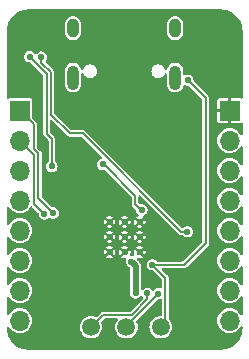
<source format=gbr>
%TF.GenerationSoftware,KiCad,Pcbnew,7.0.6-0*%
%TF.CreationDate,2023-07-21T12:15:06+07:00*%
%TF.ProjectId,RP2040Reference,52503230-3430-4526-9566-6572656e6365,rev?*%
%TF.SameCoordinates,Original*%
%TF.FileFunction,Copper,L2,Bot*%
%TF.FilePolarity,Positive*%
%FSLAX46Y46*%
G04 Gerber Fmt 4.6, Leading zero omitted, Abs format (unit mm)*
G04 Created by KiCad (PCBNEW 7.0.6-0) date 2023-07-21 12:15:06*
%MOMM*%
%LPD*%
G01*
G04 APERTURE LIST*
%TA.AperFunction,ComponentPad*%
%ADD10R,1.700000X1.700000*%
%TD*%
%TA.AperFunction,ComponentPad*%
%ADD11O,1.700000X1.700000*%
%TD*%
%TA.AperFunction,ComponentPad*%
%ADD12O,1.000000X2.100000*%
%TD*%
%TA.AperFunction,ComponentPad*%
%ADD13O,1.000000X1.600000*%
%TD*%
%TA.AperFunction,ComponentPad*%
%ADD14C,0.600000*%
%TD*%
%TA.AperFunction,SMDPad,CuDef*%
%ADD15C,1.500000*%
%TD*%
%TA.AperFunction,ViaPad*%
%ADD16C,0.560000*%
%TD*%
%TA.AperFunction,Conductor*%
%ADD17C,0.150000*%
%TD*%
%TA.AperFunction,Conductor*%
%ADD18C,0.500000*%
%TD*%
G04 APERTURE END LIST*
D10*
%TO.P,J4,1,Pin_1*%
%TO.N,GND*%
X109930000Y-63327500D03*
D11*
%TO.P,J4,2,Pin_2*%
%TO.N,VBUS*%
X109930000Y-65867500D03*
%TO.P,J4,3,Pin_3*%
%TO.N,+3.3V*%
X109930000Y-68407500D03*
%TO.P,J4,4,Pin_4*%
%TO.N,/ADC3*%
X109930000Y-70947500D03*
%TO.P,J4,5,Pin_5*%
%TO.N,/ADC2*%
X109930000Y-73487500D03*
%TO.P,J4,6,Pin_6*%
%TO.N,/ADC1*%
X109930000Y-76027500D03*
%TO.P,J4,7,Pin_7*%
%TO.N,/ADC0*%
X109930000Y-78567500D03*
%TO.P,J4,8,Pin_8*%
%TO.N,/GP24*%
X109930000Y-81107500D03*
%TD*%
D10*
%TO.P,J1,1,Pin_1*%
%TO.N,/GP0*%
X92170000Y-63327500D03*
D11*
%TO.P,J1,2,Pin_2*%
%TO.N,/GP1*%
X92170000Y-65867500D03*
%TO.P,J1,3,Pin_3*%
%TO.N,/GP2*%
X92170000Y-68407500D03*
%TO.P,J1,4,Pin_4*%
%TO.N,/GP3*%
X92170000Y-70947500D03*
%TO.P,J1,5,Pin_5*%
%TO.N,/GP4*%
X92170000Y-73487500D03*
%TO.P,J1,6,Pin_6*%
%TO.N,/GP5*%
X92170000Y-76027500D03*
%TO.P,J1,7,Pin_7*%
%TO.N,/GP6*%
X92170000Y-78567500D03*
%TO.P,J1,8,Pin_8*%
%TO.N,/GP7*%
X92170000Y-81107500D03*
%TD*%
D12*
%TO.P,J2,S1,SHIELD*%
%TO.N,unconnected-(J2-SHIELD-PadS1)*%
X105320000Y-60537500D03*
D13*
X105320000Y-56357500D03*
D12*
X96680000Y-60537500D03*
D13*
X96680000Y-56357500D03*
%TD*%
D14*
%TO.P,U3,57,GND*%
%TO.N,GND*%
X99764750Y-72767500D03*
X99764750Y-74042500D03*
X99764750Y-75317500D03*
X101039750Y-72767500D03*
X101039750Y-74042500D03*
X101039750Y-75317500D03*
X102314750Y-72767500D03*
X102314750Y-74042500D03*
X102314750Y-75317500D03*
%TD*%
D15*
%TO.P,TP3,1,1*%
%TO.N,/RUN*%
X104100000Y-81667500D03*
%TD*%
%TO.P,TP2,1,1*%
%TO.N,/SWD*%
X101200000Y-81667500D03*
%TD*%
%TO.P,TP1,1,1*%
%TO.N,/SWCLK*%
X98200000Y-81667500D03*
%TD*%
D16*
%TO.N,GND*%
X98330000Y-63057500D03*
X96900000Y-62417500D03*
X96000000Y-62417500D03*
X104300000Y-62817500D03*
X105250000Y-62167500D03*
X106450000Y-62167500D03*
X103250000Y-64217500D03*
X94500000Y-77867500D03*
X103250000Y-63217500D03*
X108100000Y-56617500D03*
X107600000Y-77867500D03*
X95150000Y-58817500D03*
X103250000Y-65217500D03*
X108454500Y-69567500D03*
X96067500Y-81000000D03*
X95300000Y-69717500D03*
X106000000Y-82167500D03*
X95031750Y-65098140D03*
%TO.N,/USB_BOOT*%
X93000000Y-58767500D03*
X94877250Y-68067500D03*
%TO.N,+1V1*%
X101975487Y-78792013D03*
X101614750Y-76142000D03*
X99197209Y-67898355D03*
X102510250Y-71742500D03*
%TO.N,/SWCLK*%
X102961791Y-78813474D03*
%TO.N,/SWD*%
X103900000Y-78837120D03*
%TO.N,/RUN*%
X106400000Y-60767500D03*
X103385051Y-76387447D03*
%TO.N,/GP0*%
X95000000Y-72007000D03*
%TO.N,/GP1*%
X94244330Y-72083197D03*
%TO.N,/GP25_LED*%
X106350000Y-73597000D03*
X94000000Y-58800000D03*
%TD*%
D17*
%TO.N,/GP25_LED*%
X94000000Y-58800000D02*
X94000000Y-59272525D01*
X94000000Y-59272525D02*
X94800000Y-60072525D01*
X94800000Y-60072525D02*
X94800000Y-63667500D01*
X94800000Y-63667500D02*
X96400000Y-65267500D01*
X96400000Y-65267500D02*
X97500000Y-65267500D01*
X97500000Y-65267500D02*
X105829500Y-73597000D01*
X105829500Y-73597000D02*
X106350000Y-73597000D01*
%TO.N,/USB_BOOT*%
X95000000Y-68067500D02*
X94877250Y-68067500D01*
X94877250Y-68067500D02*
X94877250Y-65728529D01*
X94877250Y-65728529D02*
X94450000Y-65301279D01*
X94450000Y-65301279D02*
X94450000Y-60217500D01*
X94450000Y-60217500D02*
X93000000Y-58767500D01*
%TO.N,/GP0*%
X95000000Y-72007000D02*
X93750000Y-70757000D01*
X93350000Y-64507500D02*
X92170000Y-63327500D01*
X93750000Y-70757000D02*
X93750000Y-66952526D01*
X93750000Y-66952526D02*
X93350000Y-66552526D01*
X93350000Y-66552526D02*
X93350000Y-64507500D01*
%TO.N,+1V1*%
X99270605Y-67898355D02*
X101939750Y-70567500D01*
X99197209Y-67898355D02*
X99270605Y-67898355D01*
X101939750Y-71267500D02*
X102414750Y-71742500D01*
X101939750Y-70567500D02*
X101939750Y-71267500D01*
X102414750Y-71742500D02*
X102510250Y-71742500D01*
D18*
%TO.N,GND*%
X109930000Y-61897500D02*
X109900000Y-61867500D01*
%TO.N,+1V1*%
X102510250Y-71738000D02*
X102510250Y-71742500D01*
X101975487Y-78792013D02*
X101975487Y-76478237D01*
X101975487Y-76478237D02*
X101639250Y-76142000D01*
X101639250Y-76142000D02*
X101614750Y-76142000D01*
D17*
%TO.N,/SWCLK*%
X101630026Y-80642500D02*
X99225000Y-80642500D01*
X99225000Y-80642500D02*
X98200000Y-81667500D01*
X102961791Y-78813474D02*
X102961791Y-79310735D01*
X102961791Y-79310735D02*
X101630026Y-80642500D01*
%TO.N,/SWD*%
X101200000Y-81567500D02*
X101200000Y-81667500D01*
X103900000Y-78867500D02*
X101200000Y-81567500D01*
X103900000Y-78837120D02*
X103900000Y-78867500D01*
%TO.N,/RUN*%
X104500000Y-77502396D02*
X104500000Y-81267500D01*
X104500000Y-81267500D02*
X104100000Y-81667500D01*
X106080053Y-76387447D02*
X107900000Y-74567500D01*
X107900000Y-74567500D02*
X107900000Y-62267500D01*
X104500000Y-77502396D02*
X103385051Y-76387447D01*
X103385051Y-76387447D02*
X106080053Y-76387447D01*
X107900000Y-62267500D02*
X106400000Y-60767500D01*
%TO.N,/GP1*%
X93400000Y-67097500D02*
X92170000Y-65867500D01*
X93400000Y-71238867D02*
X93400000Y-67097500D01*
X94244330Y-72083197D02*
X93400000Y-71238867D01*
%TD*%
%TA.AperFunction,Conductor*%
%TO.N,GND*%
G36*
X109231617Y-54768106D02*
G01*
X109461645Y-54783182D01*
X109468063Y-54784027D01*
X109531890Y-54796723D01*
X109692561Y-54828683D01*
X109698814Y-54830358D01*
X109870488Y-54888634D01*
X109915569Y-54903937D01*
X109921544Y-54906411D01*
X110126838Y-55007651D01*
X110132447Y-55010889D01*
X110322766Y-55138057D01*
X110327908Y-55142003D01*
X110403084Y-55207930D01*
X110500000Y-55292922D01*
X110504580Y-55297502D01*
X110655496Y-55469591D01*
X110659442Y-55474733D01*
X110786610Y-55665052D01*
X110789851Y-55670666D01*
X110891082Y-55875942D01*
X110893562Y-55881930D01*
X110967139Y-56098677D01*
X110968816Y-56104938D01*
X111013471Y-56329434D01*
X111014317Y-56335860D01*
X111029394Y-56565881D01*
X111029500Y-56569120D01*
X111029500Y-62218456D01*
X111010593Y-62276647D01*
X110961093Y-62312611D01*
X110899907Y-62312611D01*
X110875499Y-62300772D01*
X110858035Y-62289103D01*
X110858036Y-62289103D01*
X110799700Y-62277500D01*
X110030001Y-62277500D01*
X110030000Y-62277501D01*
X110030000Y-62836735D01*
X109965763Y-62827500D01*
X109894237Y-62827500D01*
X109830000Y-62836735D01*
X109830000Y-62277501D01*
X109829999Y-62277500D01*
X109060299Y-62277500D01*
X109001963Y-62289103D01*
X108935810Y-62333306D01*
X108935806Y-62333310D01*
X108891603Y-62399463D01*
X108880000Y-62457799D01*
X108880000Y-63227498D01*
X108880001Y-63227500D01*
X109438254Y-63227500D01*
X109430000Y-63255611D01*
X109430000Y-63399389D01*
X109438254Y-63427500D01*
X108880001Y-63427500D01*
X108880000Y-63427501D01*
X108880000Y-64197200D01*
X108891603Y-64255536D01*
X108935806Y-64321689D01*
X108935810Y-64321693D01*
X109001963Y-64365896D01*
X109060299Y-64377499D01*
X109060303Y-64377500D01*
X109829999Y-64377500D01*
X109830000Y-64377499D01*
X109830000Y-63818264D01*
X109894237Y-63827500D01*
X109965763Y-63827500D01*
X110030000Y-63818264D01*
X110030000Y-64377498D01*
X110030001Y-64377500D01*
X110799697Y-64377500D01*
X110799700Y-64377499D01*
X110858036Y-64365896D01*
X110858036Y-64365895D01*
X110875497Y-64354229D01*
X110934385Y-64337619D01*
X110991789Y-64358796D01*
X111025783Y-64409669D01*
X111029500Y-64436543D01*
X111029500Y-65300806D01*
X111010593Y-65358997D01*
X110961093Y-65394961D01*
X110899907Y-65394961D01*
X110850407Y-65358997D01*
X110843190Y-65347475D01*
X110807685Y-65281050D01*
X110802019Y-65274146D01*
X110676414Y-65121095D01*
X110676410Y-65121090D01*
X110649212Y-65098769D01*
X110516452Y-64989816D01*
X110333954Y-64892268D01*
X110135934Y-64832199D01*
X110135929Y-64832198D01*
X109930003Y-64811917D01*
X109929997Y-64811917D01*
X109724070Y-64832198D01*
X109724065Y-64832199D01*
X109526045Y-64892268D01*
X109343547Y-64989816D01*
X109183595Y-65121085D01*
X109183585Y-65121095D01*
X109052316Y-65281047D01*
X108954768Y-65463545D01*
X108894699Y-65661565D01*
X108894698Y-65661570D01*
X108874417Y-65867496D01*
X108874417Y-65867503D01*
X108894698Y-66073429D01*
X108894699Y-66073434D01*
X108954768Y-66271454D01*
X109052316Y-66453952D01*
X109183585Y-66613904D01*
X109183590Y-66613910D01*
X109183595Y-66613914D01*
X109343547Y-66745183D01*
X109343548Y-66745183D01*
X109343550Y-66745185D01*
X109526046Y-66842732D01*
X109663997Y-66884578D01*
X109724065Y-66902800D01*
X109724070Y-66902801D01*
X109929997Y-66923083D01*
X109930000Y-66923083D01*
X109930003Y-66923083D01*
X110135929Y-66902801D01*
X110135934Y-66902800D01*
X110135933Y-66902799D01*
X110333954Y-66842732D01*
X110516450Y-66745185D01*
X110676410Y-66613910D01*
X110807685Y-66453950D01*
X110843190Y-66387524D01*
X110887296Y-66345118D01*
X110947904Y-66336735D01*
X111001865Y-66365577D01*
X111028566Y-66420629D01*
X111029500Y-66434193D01*
X111029500Y-67840806D01*
X111010593Y-67898997D01*
X110961093Y-67934961D01*
X110899907Y-67934961D01*
X110850407Y-67898997D01*
X110843190Y-67887475D01*
X110807683Y-67821047D01*
X110676414Y-67661095D01*
X110676410Y-67661090D01*
X110518484Y-67531484D01*
X110516452Y-67529816D01*
X110333954Y-67432268D01*
X110135934Y-67372199D01*
X110135929Y-67372198D01*
X109930003Y-67351917D01*
X109929997Y-67351917D01*
X109724070Y-67372198D01*
X109724065Y-67372199D01*
X109526045Y-67432268D01*
X109343547Y-67529816D01*
X109183595Y-67661085D01*
X109183585Y-67661095D01*
X109052316Y-67821047D01*
X108954768Y-68003545D01*
X108894699Y-68201565D01*
X108894698Y-68201570D01*
X108874417Y-68407496D01*
X108874417Y-68407503D01*
X108894698Y-68613429D01*
X108894699Y-68613434D01*
X108954768Y-68811454D01*
X109052316Y-68993952D01*
X109126911Y-69084846D01*
X109183590Y-69153910D01*
X109212838Y-69177913D01*
X109343547Y-69285183D01*
X109343548Y-69285183D01*
X109343550Y-69285185D01*
X109526046Y-69382732D01*
X109663997Y-69424578D01*
X109724065Y-69442800D01*
X109724070Y-69442801D01*
X109929997Y-69463083D01*
X109930000Y-69463083D01*
X109930003Y-69463083D01*
X110135929Y-69442801D01*
X110135934Y-69442800D01*
X110135933Y-69442799D01*
X110333954Y-69382732D01*
X110516450Y-69285185D01*
X110676410Y-69153910D01*
X110807685Y-68993950D01*
X110843190Y-68927524D01*
X110887296Y-68885118D01*
X110947904Y-68876735D01*
X111001865Y-68905577D01*
X111028566Y-68960629D01*
X111029500Y-68974193D01*
X111029500Y-70380806D01*
X111010593Y-70438997D01*
X110961093Y-70474961D01*
X110899907Y-70474961D01*
X110850407Y-70438997D01*
X110843190Y-70427475D01*
X110807683Y-70361047D01*
X110676414Y-70201095D01*
X110676410Y-70201090D01*
X110648228Y-70177962D01*
X110516452Y-70069816D01*
X110333954Y-69972268D01*
X110135934Y-69912199D01*
X110135929Y-69912198D01*
X109930003Y-69891917D01*
X109929997Y-69891917D01*
X109724070Y-69912198D01*
X109724065Y-69912199D01*
X109526045Y-69972268D01*
X109343547Y-70069816D01*
X109183595Y-70201085D01*
X109183585Y-70201095D01*
X109052316Y-70361047D01*
X108954768Y-70543545D01*
X108894699Y-70741565D01*
X108894698Y-70741570D01*
X108874417Y-70947496D01*
X108874417Y-70947503D01*
X108894698Y-71153429D01*
X108894699Y-71153434D01*
X108954768Y-71351454D01*
X109052316Y-71533952D01*
X109139453Y-71640129D01*
X109183590Y-71693910D01*
X109183595Y-71693914D01*
X109343547Y-71825183D01*
X109343548Y-71825183D01*
X109343550Y-71825185D01*
X109526046Y-71922732D01*
X109663997Y-71964578D01*
X109724065Y-71982800D01*
X109724070Y-71982801D01*
X109929997Y-72003083D01*
X109930000Y-72003083D01*
X109930003Y-72003083D01*
X110135929Y-71982801D01*
X110135934Y-71982800D01*
X110135933Y-71982799D01*
X110333954Y-71922732D01*
X110516450Y-71825185D01*
X110676410Y-71693910D01*
X110807685Y-71533950D01*
X110843190Y-71467524D01*
X110887296Y-71425118D01*
X110947904Y-71416735D01*
X111001865Y-71445577D01*
X111028566Y-71500629D01*
X111029500Y-71514193D01*
X111029500Y-72920806D01*
X111010593Y-72978997D01*
X110961093Y-73014961D01*
X110899907Y-73014961D01*
X110850407Y-72978997D01*
X110843190Y-72967475D01*
X110807685Y-72901050D01*
X110676410Y-72741090D01*
X110630712Y-72703587D01*
X110516452Y-72609816D01*
X110333954Y-72512268D01*
X110135934Y-72452199D01*
X110135929Y-72452198D01*
X109930003Y-72431917D01*
X109929997Y-72431917D01*
X109724070Y-72452198D01*
X109724065Y-72452199D01*
X109526045Y-72512268D01*
X109343547Y-72609816D01*
X109183595Y-72741085D01*
X109183585Y-72741095D01*
X109052316Y-72901047D01*
X108954768Y-73083545D01*
X108894699Y-73281565D01*
X108894698Y-73281570D01*
X108874417Y-73487496D01*
X108874417Y-73487503D01*
X108894698Y-73693429D01*
X108894699Y-73693434D01*
X108954768Y-73891454D01*
X109052316Y-74073952D01*
X109110530Y-74144886D01*
X109183590Y-74233910D01*
X109183595Y-74233914D01*
X109343547Y-74365183D01*
X109343548Y-74365183D01*
X109343550Y-74365185D01*
X109526046Y-74462732D01*
X109663997Y-74504578D01*
X109724065Y-74522800D01*
X109724070Y-74522801D01*
X109929997Y-74543083D01*
X109930000Y-74543083D01*
X109930003Y-74543083D01*
X110135929Y-74522801D01*
X110135934Y-74522800D01*
X110135933Y-74522799D01*
X110333954Y-74462732D01*
X110516450Y-74365185D01*
X110676410Y-74233910D01*
X110807685Y-74073950D01*
X110843190Y-74007524D01*
X110887296Y-73965118D01*
X110947904Y-73956735D01*
X111001865Y-73985577D01*
X111028566Y-74040629D01*
X111029500Y-74054193D01*
X111029500Y-75460806D01*
X111010593Y-75518997D01*
X110961093Y-75554961D01*
X110899907Y-75554961D01*
X110850407Y-75518997D01*
X110843190Y-75507475D01*
X110818245Y-75460806D01*
X110807685Y-75441050D01*
X110790316Y-75419886D01*
X110676414Y-75281095D01*
X110676410Y-75281090D01*
X110676404Y-75281085D01*
X110516452Y-75149816D01*
X110333954Y-75052268D01*
X110135934Y-74992199D01*
X110135929Y-74992198D01*
X109930003Y-74971917D01*
X109929997Y-74971917D01*
X109724070Y-74992198D01*
X109724065Y-74992199D01*
X109526045Y-75052268D01*
X109343547Y-75149816D01*
X109183595Y-75281085D01*
X109183585Y-75281095D01*
X109052316Y-75441047D01*
X108954768Y-75623545D01*
X108894699Y-75821565D01*
X108894698Y-75821570D01*
X108874417Y-76027496D01*
X108874417Y-76027503D01*
X108894698Y-76233429D01*
X108894699Y-76233434D01*
X108954768Y-76431454D01*
X109052316Y-76613952D01*
X109183585Y-76773904D01*
X109183590Y-76773910D01*
X109183595Y-76773914D01*
X109343547Y-76905183D01*
X109343548Y-76905183D01*
X109343550Y-76905185D01*
X109526046Y-77002732D01*
X109663997Y-77044578D01*
X109724065Y-77062800D01*
X109724070Y-77062801D01*
X109929997Y-77083083D01*
X109930000Y-77083083D01*
X109930003Y-77083083D01*
X110135929Y-77062801D01*
X110135934Y-77062800D01*
X110135933Y-77062799D01*
X110333954Y-77002732D01*
X110516450Y-76905185D01*
X110676410Y-76773910D01*
X110807685Y-76613950D01*
X110843190Y-76547524D01*
X110887296Y-76505118D01*
X110947904Y-76496735D01*
X111001865Y-76525577D01*
X111028566Y-76580629D01*
X111029500Y-76594193D01*
X111029500Y-78000806D01*
X111010593Y-78058997D01*
X110961093Y-78094961D01*
X110899907Y-78094961D01*
X110850407Y-78058997D01*
X110843190Y-78047475D01*
X110807683Y-77981047D01*
X110676414Y-77821095D01*
X110676410Y-77821090D01*
X110676404Y-77821085D01*
X110516452Y-77689816D01*
X110333954Y-77592268D01*
X110135934Y-77532199D01*
X110135929Y-77532198D01*
X109930003Y-77511917D01*
X109929997Y-77511917D01*
X109724070Y-77532198D01*
X109724065Y-77532199D01*
X109526045Y-77592268D01*
X109343547Y-77689816D01*
X109183595Y-77821085D01*
X109183585Y-77821095D01*
X109052316Y-77981047D01*
X108954768Y-78163545D01*
X108894699Y-78361565D01*
X108894698Y-78361570D01*
X108874417Y-78567496D01*
X108874417Y-78567503D01*
X108894698Y-78773429D01*
X108894699Y-78773434D01*
X108954768Y-78971454D01*
X109052316Y-79153952D01*
X109153260Y-79276953D01*
X109183590Y-79313910D01*
X109212838Y-79337913D01*
X109343547Y-79445183D01*
X109343548Y-79445183D01*
X109343550Y-79445185D01*
X109526046Y-79542732D01*
X109663997Y-79584578D01*
X109724065Y-79602800D01*
X109724070Y-79602801D01*
X109929997Y-79623083D01*
X109930000Y-79623083D01*
X109930003Y-79623083D01*
X110135929Y-79602801D01*
X110135934Y-79602800D01*
X110135933Y-79602799D01*
X110333954Y-79542732D01*
X110516450Y-79445185D01*
X110676410Y-79313910D01*
X110807685Y-79153950D01*
X110843190Y-79087524D01*
X110887296Y-79045118D01*
X110947904Y-79036735D01*
X111001865Y-79065577D01*
X111028566Y-79120629D01*
X111029500Y-79134193D01*
X111029500Y-80540806D01*
X111010593Y-80598997D01*
X110961093Y-80634961D01*
X110899907Y-80634961D01*
X110850407Y-80598997D01*
X110843190Y-80587475D01*
X110807683Y-80521047D01*
X110676414Y-80361095D01*
X110676410Y-80361090D01*
X110676404Y-80361085D01*
X110516452Y-80229816D01*
X110333954Y-80132268D01*
X110135934Y-80072199D01*
X110135929Y-80072198D01*
X109930003Y-80051917D01*
X109929997Y-80051917D01*
X109724070Y-80072198D01*
X109724065Y-80072199D01*
X109526045Y-80132268D01*
X109343547Y-80229816D01*
X109183595Y-80361085D01*
X109183585Y-80361095D01*
X109052316Y-80521047D01*
X108954768Y-80703545D01*
X108894699Y-80901565D01*
X108894698Y-80901570D01*
X108874417Y-81107496D01*
X108874417Y-81107503D01*
X108894698Y-81313429D01*
X108894699Y-81313434D01*
X108954768Y-81511454D01*
X109052316Y-81693952D01*
X109114003Y-81769118D01*
X109183590Y-81853910D01*
X109183595Y-81853914D01*
X109343547Y-81985183D01*
X109343548Y-81985183D01*
X109343550Y-81985185D01*
X109526046Y-82082732D01*
X109663997Y-82124578D01*
X109724065Y-82142800D01*
X109724070Y-82142801D01*
X109929997Y-82163083D01*
X109930000Y-82163083D01*
X109930003Y-82163083D01*
X110135929Y-82142801D01*
X110135934Y-82142800D01*
X110135933Y-82142799D01*
X110333954Y-82082732D01*
X110516450Y-81985185D01*
X110676410Y-81853910D01*
X110807685Y-81693950D01*
X110843190Y-81627524D01*
X110887296Y-81585118D01*
X110947904Y-81576735D01*
X111001865Y-81605577D01*
X111028566Y-81660629D01*
X111029500Y-81674193D01*
X111029500Y-81765879D01*
X111029394Y-81769118D01*
X111014317Y-81999139D01*
X111013471Y-82005565D01*
X110968816Y-82230061D01*
X110967139Y-82236322D01*
X110893562Y-82453069D01*
X110891082Y-82459057D01*
X110789851Y-82664333D01*
X110786610Y-82669947D01*
X110659442Y-82860266D01*
X110655496Y-82865408D01*
X110504580Y-83037497D01*
X110499997Y-83042080D01*
X110327908Y-83192996D01*
X110322766Y-83196942D01*
X110132447Y-83324110D01*
X110126833Y-83327351D01*
X109921557Y-83428582D01*
X109915569Y-83431062D01*
X109698822Y-83504639D01*
X109692561Y-83506316D01*
X109468065Y-83550971D01*
X109461639Y-83551817D01*
X109250355Y-83565665D01*
X109231616Y-83566894D01*
X109228379Y-83567000D01*
X92871621Y-83567000D01*
X92868383Y-83566894D01*
X92638360Y-83551817D01*
X92631934Y-83550971D01*
X92407438Y-83506316D01*
X92401177Y-83504639D01*
X92184430Y-83431062D01*
X92178448Y-83428584D01*
X91973166Y-83327351D01*
X91967552Y-83324110D01*
X91777233Y-83196942D01*
X91772091Y-83192996D01*
X91600002Y-83042080D01*
X91595419Y-83037497D01*
X91444503Y-82865408D01*
X91440557Y-82860266D01*
X91313389Y-82669947D01*
X91310151Y-82664338D01*
X91208911Y-82459044D01*
X91206437Y-82453069D01*
X91169026Y-82342861D01*
X91132858Y-82236314D01*
X91131183Y-82230061D01*
X91086528Y-82005565D01*
X91085682Y-81999139D01*
X91084767Y-81985185D01*
X91070606Y-81769117D01*
X91070500Y-81765879D01*
X91070500Y-81674193D01*
X91089407Y-81616002D01*
X91138907Y-81580038D01*
X91200093Y-81580038D01*
X91249593Y-81616002D01*
X91256808Y-81627522D01*
X91278177Y-81667500D01*
X91292314Y-81693948D01*
X91292316Y-81693952D01*
X91354003Y-81769118D01*
X91423590Y-81853910D01*
X91423595Y-81853914D01*
X91583547Y-81985183D01*
X91583548Y-81985183D01*
X91583550Y-81985185D01*
X91766046Y-82082732D01*
X91903997Y-82124578D01*
X91964065Y-82142800D01*
X91964070Y-82142801D01*
X92169997Y-82163083D01*
X92170000Y-82163083D01*
X92170003Y-82163083D01*
X92375929Y-82142801D01*
X92375934Y-82142800D01*
X92375933Y-82142799D01*
X92573954Y-82082732D01*
X92756450Y-81985185D01*
X92916410Y-81853910D01*
X93047685Y-81693950D01*
X93061821Y-81667504D01*
X97244901Y-81667504D01*
X97263251Y-81853825D01*
X97263252Y-81853828D01*
X97263253Y-81853831D01*
X97303098Y-81985183D01*
X97317605Y-82033004D01*
X97317606Y-82033006D01*
X97405859Y-82198117D01*
X97405862Y-82198122D01*
X97405864Y-82198125D01*
X97437212Y-82236322D01*
X97524638Y-82342852D01*
X97524647Y-82342861D01*
X97592145Y-82398255D01*
X97669375Y-82461636D01*
X97834499Y-82549896D01*
X98013669Y-82604247D01*
X98013671Y-82604247D01*
X98013674Y-82604248D01*
X98199996Y-82622599D01*
X98200000Y-82622599D01*
X98200004Y-82622599D01*
X98386325Y-82604248D01*
X98386326Y-82604247D01*
X98386331Y-82604247D01*
X98565501Y-82549896D01*
X98730625Y-82461636D01*
X98875357Y-82342857D01*
X98994136Y-82198125D01*
X99082396Y-82033001D01*
X99136747Y-81853831D01*
X99155099Y-81667500D01*
X99155099Y-81667495D01*
X99136748Y-81481174D01*
X99136747Y-81481171D01*
X99136747Y-81481169D01*
X99082396Y-81301999D01*
X99072672Y-81283808D01*
X99061915Y-81223577D01*
X99088616Y-81168525D01*
X99089919Y-81167195D01*
X99310119Y-80946996D01*
X99364636Y-80919219D01*
X99380123Y-80918000D01*
X100376172Y-80918000D01*
X100434363Y-80936907D01*
X100470327Y-80986407D01*
X100470327Y-81047593D01*
X100452701Y-81079804D01*
X100405862Y-81136877D01*
X100405859Y-81136882D01*
X100317606Y-81301993D01*
X100317605Y-81301995D01*
X100263252Y-81481171D01*
X100263251Y-81481174D01*
X100244901Y-81667495D01*
X100244901Y-81667504D01*
X100263251Y-81853825D01*
X100263252Y-81853828D01*
X100263253Y-81853831D01*
X100303098Y-81985183D01*
X100317605Y-82033004D01*
X100317606Y-82033006D01*
X100405859Y-82198117D01*
X100405862Y-82198122D01*
X100405864Y-82198125D01*
X100437212Y-82236322D01*
X100524638Y-82342852D01*
X100524647Y-82342861D01*
X100592145Y-82398255D01*
X100669375Y-82461636D01*
X100834499Y-82549896D01*
X101013669Y-82604247D01*
X101013671Y-82604247D01*
X101013674Y-82604248D01*
X101199996Y-82622599D01*
X101200000Y-82622599D01*
X101200004Y-82622599D01*
X101386325Y-82604248D01*
X101386326Y-82604247D01*
X101386331Y-82604247D01*
X101565501Y-82549896D01*
X101730625Y-82461636D01*
X101875357Y-82342857D01*
X101994136Y-82198125D01*
X102082396Y-82033001D01*
X102136747Y-81853831D01*
X102155099Y-81667500D01*
X102155099Y-81667495D01*
X102136748Y-81481174D01*
X102136747Y-81481171D01*
X102136747Y-81481169D01*
X102082396Y-81301999D01*
X102037839Y-81218639D01*
X102027084Y-81158408D01*
X102053785Y-81103356D01*
X102055094Y-81102020D01*
X103810499Y-79346616D01*
X103865017Y-79318839D01*
X103880504Y-79317620D01*
X103969084Y-79317620D01*
X103969085Y-79317620D01*
X104097609Y-79279882D01*
X104158769Y-79281629D01*
X104207222Y-79318992D01*
X104224500Y-79374872D01*
X104224499Y-80615433D01*
X104205592Y-80673624D01*
X104156092Y-80709588D01*
X104115798Y-80713956D01*
X104100000Y-80712401D01*
X104099998Y-80712401D01*
X104099996Y-80712401D01*
X103913674Y-80730751D01*
X103913671Y-80730752D01*
X103734495Y-80785105D01*
X103734493Y-80785106D01*
X103569382Y-80873359D01*
X103569376Y-80873363D01*
X103424647Y-80992138D01*
X103424638Y-80992147D01*
X103305863Y-81136876D01*
X103305859Y-81136882D01*
X103217606Y-81301993D01*
X103217605Y-81301995D01*
X103163252Y-81481171D01*
X103163251Y-81481174D01*
X103144901Y-81667495D01*
X103144901Y-81667504D01*
X103163251Y-81853825D01*
X103163252Y-81853828D01*
X103163253Y-81853831D01*
X103203098Y-81985183D01*
X103217605Y-82033004D01*
X103217606Y-82033006D01*
X103305859Y-82198117D01*
X103305862Y-82198122D01*
X103305864Y-82198125D01*
X103337212Y-82236322D01*
X103424638Y-82342852D01*
X103424647Y-82342861D01*
X103492145Y-82398255D01*
X103569375Y-82461636D01*
X103734499Y-82549896D01*
X103913669Y-82604247D01*
X103913671Y-82604247D01*
X103913674Y-82604248D01*
X104099996Y-82622599D01*
X104100000Y-82622599D01*
X104100004Y-82622599D01*
X104286325Y-82604248D01*
X104286326Y-82604247D01*
X104286331Y-82604247D01*
X104465501Y-82549896D01*
X104630625Y-82461636D01*
X104775357Y-82342857D01*
X104894136Y-82198125D01*
X104982396Y-82033001D01*
X105036747Y-81853831D01*
X105055099Y-81667500D01*
X105055099Y-81667495D01*
X105036748Y-81481174D01*
X105036747Y-81481171D01*
X105036747Y-81481169D01*
X104982396Y-81301999D01*
X104982393Y-81301993D01*
X104894140Y-81136882D01*
X104894137Y-81136877D01*
X104894136Y-81136875D01*
X104797972Y-81019699D01*
X104775672Y-80962722D01*
X104775500Y-80956894D01*
X104775500Y-77539279D01*
X104777402Y-77519965D01*
X104780897Y-77502396D01*
X104761416Y-77404463D01*
X104760936Y-77399589D01*
X104759515Y-77394902D01*
X104759515Y-77394901D01*
X104698624Y-77303772D01*
X104683733Y-77293822D01*
X104668731Y-77281511D01*
X104219171Y-76831951D01*
X104191394Y-76777434D01*
X104200965Y-76717002D01*
X104244230Y-76673737D01*
X104289175Y-76662947D01*
X106043169Y-76662947D01*
X106062482Y-76664848D01*
X106080053Y-76668344D01*
X106107185Y-76662947D01*
X106107186Y-76662947D01*
X106187548Y-76646962D01*
X106248358Y-76606330D01*
X106255675Y-76601441D01*
X106255674Y-76601441D01*
X106266397Y-76594277D01*
X106266400Y-76594273D01*
X106278677Y-76586071D01*
X106288630Y-76571174D01*
X106300934Y-76556181D01*
X108068733Y-74788381D01*
X108083729Y-74776075D01*
X108098624Y-74766124D01*
X108159515Y-74674995D01*
X108175500Y-74594633D01*
X108175500Y-74594632D01*
X108180897Y-74567500D01*
X108177402Y-74549927D01*
X108175500Y-74530615D01*
X108175500Y-62304383D01*
X108177402Y-62285069D01*
X108180897Y-62267500D01*
X108159515Y-62160005D01*
X108159515Y-62160004D01*
X108111292Y-62087835D01*
X108098625Y-62068878D01*
X108098624Y-62068876D01*
X108083733Y-62058926D01*
X108068731Y-62046615D01*
X106908436Y-60886320D01*
X106880659Y-60831803D01*
X106880448Y-60802226D01*
X106885441Y-60767501D01*
X106885441Y-60767497D01*
X106865778Y-60630740D01*
X106865777Y-60630737D01*
X106865777Y-60630735D01*
X106808379Y-60505051D01*
X106717896Y-60400628D01*
X106717893Y-60400626D01*
X106717891Y-60400624D01*
X106601663Y-60325929D01*
X106601660Y-60325928D01*
X106601659Y-60325927D01*
X106522282Y-60302620D01*
X106469086Y-60287000D01*
X106469085Y-60287000D01*
X106330915Y-60287000D01*
X106330913Y-60287000D01*
X106198341Y-60325927D01*
X106198337Y-60325928D01*
X106173022Y-60342198D01*
X106113847Y-60357751D01*
X106056831Y-60335552D01*
X106023752Y-60284079D01*
X106020500Y-60258913D01*
X106020500Y-59945131D01*
X106020499Y-59945118D01*
X106012760Y-59881386D01*
X106005140Y-59818628D01*
X105944818Y-59659570D01*
X105848183Y-59519571D01*
X105720852Y-59406766D01*
X105570225Y-59327710D01*
X105570224Y-59327709D01*
X105570223Y-59327709D01*
X105405058Y-59287000D01*
X105405056Y-59287000D01*
X105234944Y-59287000D01*
X105234941Y-59287000D01*
X105069776Y-59327709D01*
X104919146Y-59406767D01*
X104791818Y-59519569D01*
X104791816Y-59519572D01*
X104695182Y-59659570D01*
X104634859Y-59818630D01*
X104633427Y-59824442D01*
X104632110Y-59824117D01*
X104609139Y-59873535D01*
X104555662Y-59903264D01*
X104494923Y-59895881D01*
X104450124Y-59854208D01*
X104445189Y-59843992D01*
X104392698Y-59717267D01*
X104300451Y-59597049D01*
X104180233Y-59504802D01*
X104040236Y-59446813D01*
X104040234Y-59446812D01*
X104040232Y-59446812D01*
X103927720Y-59432000D01*
X103852280Y-59432000D01*
X103852279Y-59432000D01*
X103739767Y-59446812D01*
X103739761Y-59446814D01*
X103599768Y-59504801D01*
X103479551Y-59597047D01*
X103479547Y-59597051D01*
X103387301Y-59717268D01*
X103329314Y-59857261D01*
X103329312Y-59857267D01*
X103309534Y-60007499D01*
X103309534Y-60007500D01*
X103328188Y-60149196D01*
X103329313Y-60157736D01*
X103387302Y-60297733D01*
X103479549Y-60417951D01*
X103599767Y-60510198D01*
X103739764Y-60568187D01*
X103852280Y-60583000D01*
X103852281Y-60583000D01*
X103927719Y-60583000D01*
X103927720Y-60583000D01*
X104040236Y-60568187D01*
X104180233Y-60510198D01*
X104300451Y-60417951D01*
X104392698Y-60297733D01*
X104429035Y-60210006D01*
X104468772Y-60163480D01*
X104528267Y-60149196D01*
X104584795Y-60172611D01*
X104616765Y-60224780D01*
X104619500Y-60247891D01*
X104619500Y-61129881D01*
X104633243Y-61243052D01*
X104634860Y-61256372D01*
X104695182Y-61415430D01*
X104791817Y-61555429D01*
X104919148Y-61668234D01*
X105069775Y-61747290D01*
X105234944Y-61788000D01*
X105234947Y-61788000D01*
X105405053Y-61788000D01*
X105405056Y-61788000D01*
X105570225Y-61747290D01*
X105720852Y-61668234D01*
X105848183Y-61555429D01*
X105944818Y-61415430D01*
X106005140Y-61256372D01*
X106005427Y-61254006D01*
X106006057Y-61252649D01*
X106006573Y-61250558D01*
X106006982Y-61250658D01*
X106031205Y-61198520D01*
X106084677Y-61168781D01*
X106145417Y-61176151D01*
X106157219Y-61182645D01*
X106198341Y-61209073D01*
X106330915Y-61248000D01*
X106330916Y-61248000D01*
X106449876Y-61248000D01*
X106508067Y-61266907D01*
X106519880Y-61276996D01*
X107595503Y-62352619D01*
X107623280Y-62407136D01*
X107624499Y-62422623D01*
X107624499Y-74412376D01*
X107605592Y-74470567D01*
X107595503Y-74482380D01*
X105994933Y-76082951D01*
X105940416Y-76110728D01*
X105924929Y-76111947D01*
X103827332Y-76111947D01*
X103769141Y-76093040D01*
X103752515Y-76077780D01*
X103702947Y-76020575D01*
X103702944Y-76020573D01*
X103702942Y-76020571D01*
X103586714Y-75945876D01*
X103586711Y-75945875D01*
X103586710Y-75945874D01*
X103485949Y-75916288D01*
X103454137Y-75906947D01*
X103454136Y-75906947D01*
X103315966Y-75906947D01*
X103315964Y-75906947D01*
X103183392Y-75945874D01*
X103183387Y-75945876D01*
X103067159Y-76020571D01*
X103067154Y-76020576D01*
X102976673Y-76124996D01*
X102976672Y-76124997D01*
X102976672Y-76124998D01*
X102968907Y-76142002D01*
X102919273Y-76250684D01*
X102919272Y-76250687D01*
X102899610Y-76387444D01*
X102899610Y-76387449D01*
X102919272Y-76524206D01*
X102919273Y-76524209D01*
X102919273Y-76524210D01*
X102919274Y-76524212D01*
X102976672Y-76649896D01*
X103067155Y-76754319D01*
X103067157Y-76754320D01*
X103067159Y-76754322D01*
X103183387Y-76829017D01*
X103183392Y-76829020D01*
X103315966Y-76867947D01*
X103315967Y-76867947D01*
X103434927Y-76867947D01*
X103493118Y-76886854D01*
X103504931Y-76896943D01*
X104195504Y-77587515D01*
X104223281Y-77642032D01*
X104224500Y-77657519D01*
X104224500Y-78299367D01*
X104205593Y-78357558D01*
X104156093Y-78393522D01*
X104097609Y-78394357D01*
X103969088Y-78356620D01*
X103969085Y-78356620D01*
X103830915Y-78356620D01*
X103830913Y-78356620D01*
X103698341Y-78395547D01*
X103698336Y-78395549D01*
X103582108Y-78470244D01*
X103582106Y-78470246D01*
X103582104Y-78470247D01*
X103582104Y-78470248D01*
X103570383Y-78483775D01*
X103515959Y-78546583D01*
X103463562Y-78578178D01*
X103402601Y-78572942D01*
X103366321Y-78546583D01*
X103365440Y-78545566D01*
X103279687Y-78446602D01*
X103279684Y-78446600D01*
X103279682Y-78446598D01*
X103163454Y-78371903D01*
X103163451Y-78371902D01*
X103163450Y-78371901D01*
X103097163Y-78352437D01*
X103030877Y-78332974D01*
X103030876Y-78332974D01*
X102892706Y-78332974D01*
X102892704Y-78332974D01*
X102760132Y-78371901D01*
X102760127Y-78371903D01*
X102643899Y-78446598D01*
X102643897Y-78446600D01*
X102643895Y-78446601D01*
X102643895Y-78446602D01*
X102611685Y-78483775D01*
X102599806Y-78497484D01*
X102547409Y-78529079D01*
X102486449Y-78523843D01*
X102440208Y-78483775D01*
X102425987Y-78432652D01*
X102425987Y-76506322D01*
X102426298Y-76500775D01*
X102426753Y-76496735D01*
X102430757Y-76461202D01*
X102419697Y-76402745D01*
X102410835Y-76343950D01*
X102410832Y-76343944D01*
X102408647Y-76336856D01*
X102409069Y-76336725D01*
X102408379Y-76334627D01*
X102407963Y-76334773D01*
X102405511Y-76327767D01*
X102405511Y-76327765D01*
X102377703Y-76275152D01*
X102351912Y-76221595D01*
X102351910Y-76221593D01*
X102347734Y-76215467D01*
X102348097Y-76215219D01*
X102346811Y-76213405D01*
X102346457Y-76213667D01*
X102342053Y-76207699D01*
X102299992Y-76165638D01*
X102259547Y-76122047D01*
X102253746Y-76117422D01*
X102254020Y-76117077D01*
X102242886Y-76108532D01*
X102212132Y-76077778D01*
X102105157Y-75970804D01*
X102077380Y-75916288D01*
X102086951Y-75855856D01*
X102130216Y-75812592D01*
X102190648Y-75803020D01*
X102203053Y-75805811D01*
X102242859Y-75817499D01*
X102242862Y-75817500D01*
X102386638Y-75817500D01*
X102386640Y-75817499D01*
X102524594Y-75776992D01*
X102524596Y-75776991D01*
X102590478Y-75734649D01*
X102345890Y-75490061D01*
X102398510Y-75477092D01*
X102463082Y-75419886D01*
X102489335Y-75350663D01*
X102734859Y-75596187D01*
X102739700Y-75590602D01*
X102739701Y-75590600D01*
X102799430Y-75459814D01*
X102819892Y-75317502D01*
X102819892Y-75317497D01*
X102799430Y-75175185D01*
X102739701Y-75044399D01*
X102734859Y-75038811D01*
X102487260Y-75286409D01*
X102483275Y-75253587D01*
X102434269Y-75182591D01*
X102357884Y-75142500D01*
X102348328Y-75142500D01*
X102590479Y-74900349D01*
X102524594Y-74858007D01*
X102386640Y-74817500D01*
X102242859Y-74817500D01*
X102104906Y-74858007D01*
X102104901Y-74858009D01*
X102039020Y-74900348D01*
X102283610Y-75144938D01*
X102230990Y-75157908D01*
X102166418Y-75215114D01*
X102140165Y-75284336D01*
X101894640Y-75038811D01*
X101889798Y-75044399D01*
X101889796Y-75044402D01*
X101830069Y-75175185D01*
X101809608Y-75317497D01*
X101809608Y-75317502D01*
X101830069Y-75459814D01*
X101830069Y-75459816D01*
X101869032Y-75545131D01*
X101876007Y-75605917D01*
X101845921Y-75659194D01*
X101790265Y-75684612D01*
X101751087Y-75681247D01*
X101728131Y-75674506D01*
X101683836Y-75661500D01*
X101683835Y-75661500D01*
X101586370Y-75661500D01*
X101528179Y-75642593D01*
X101492215Y-75593093D01*
X101492215Y-75531907D01*
X101496317Y-75521373D01*
X101524430Y-75459813D01*
X101544892Y-75317502D01*
X101544892Y-75317497D01*
X101524430Y-75175185D01*
X101464701Y-75044399D01*
X101459859Y-75038811D01*
X101212260Y-75286410D01*
X101208275Y-75253587D01*
X101159269Y-75182591D01*
X101082884Y-75142500D01*
X101073328Y-75142500D01*
X101315479Y-74900349D01*
X101249594Y-74858007D01*
X101111640Y-74817500D01*
X100967859Y-74817500D01*
X100829906Y-74858007D01*
X100829901Y-74858009D01*
X100764020Y-74900348D01*
X101008610Y-75144938D01*
X100955990Y-75157908D01*
X100891418Y-75215114D01*
X100865165Y-75284335D01*
X100619640Y-75038810D01*
X100614798Y-75044399D01*
X100614796Y-75044402D01*
X100555069Y-75175185D01*
X100534608Y-75317497D01*
X100534608Y-75317502D01*
X100555069Y-75459814D01*
X100614798Y-75590600D01*
X100619639Y-75596187D01*
X100867239Y-75348586D01*
X100871225Y-75381413D01*
X100920231Y-75452409D01*
X100996616Y-75492500D01*
X101006171Y-75492500D01*
X100764019Y-75734649D01*
X100829905Y-75776992D01*
X100967859Y-75817499D01*
X100967862Y-75817500D01*
X101080662Y-75817500D01*
X101138853Y-75836407D01*
X101174817Y-75885907D01*
X101174817Y-75947093D01*
X101170715Y-75957626D01*
X101148973Y-76005231D01*
X101148971Y-76005240D01*
X101129309Y-76141997D01*
X101129309Y-76142002D01*
X101148971Y-76278759D01*
X101148972Y-76278762D01*
X101148972Y-76278763D01*
X101148973Y-76278765D01*
X101206371Y-76404449D01*
X101296854Y-76508872D01*
X101296856Y-76508873D01*
X101296858Y-76508875D01*
X101322847Y-76525577D01*
X101413091Y-76583573D01*
X101432202Y-76589184D01*
X101474315Y-76614169D01*
X101495989Y-76635842D01*
X101523768Y-76690358D01*
X101524987Y-76705847D01*
X101524987Y-78600259D01*
X101516041Y-78641383D01*
X101509711Y-78655244D01*
X101509708Y-78655253D01*
X101490046Y-78792010D01*
X101490046Y-78792015D01*
X101509708Y-78928772D01*
X101509709Y-78928775D01*
X101509709Y-78928776D01*
X101509710Y-78928778D01*
X101567108Y-79054462D01*
X101657591Y-79158885D01*
X101657593Y-79158886D01*
X101657595Y-79158888D01*
X101773823Y-79233583D01*
X101773828Y-79233586D01*
X101906402Y-79272513D01*
X101906403Y-79272513D01*
X102044571Y-79272513D01*
X102044572Y-79272513D01*
X102177146Y-79233586D01*
X102293383Y-79158885D01*
X102383866Y-79054462D01*
X102383867Y-79054459D01*
X102387597Y-79050155D01*
X102439992Y-79018559D01*
X102500953Y-79023795D01*
X102547194Y-79063862D01*
X102552468Y-79073857D01*
X102553411Y-79075922D01*
X102553411Y-79075923D01*
X102610770Y-79142118D01*
X102634588Y-79198477D01*
X102620730Y-79258072D01*
X102605955Y-79276953D01*
X101544906Y-80338004D01*
X101490389Y-80365781D01*
X101474902Y-80367000D01*
X99261884Y-80367000D01*
X99242570Y-80365098D01*
X99225000Y-80361603D01*
X99224999Y-80361603D01*
X99224997Y-80361603D01*
X99205695Y-80365441D01*
X99205683Y-80365445D01*
X99181627Y-80370230D01*
X99117505Y-80382985D01*
X99117504Y-80382986D01*
X99117502Y-80382986D01*
X99095841Y-80397461D01*
X99051964Y-80426776D01*
X99051958Y-80426782D01*
X99026377Y-80443875D01*
X99026372Y-80443880D01*
X99016423Y-80458769D01*
X99004115Y-80473767D01*
X98700362Y-80777520D01*
X98645845Y-80805297D01*
X98585413Y-80795726D01*
X98583722Y-80794843D01*
X98565501Y-80785104D01*
X98386331Y-80730753D01*
X98386328Y-80730752D01*
X98386325Y-80730751D01*
X98200004Y-80712401D01*
X98199996Y-80712401D01*
X98013674Y-80730751D01*
X98013671Y-80730752D01*
X97834495Y-80785105D01*
X97834493Y-80785106D01*
X97669382Y-80873359D01*
X97669376Y-80873363D01*
X97524647Y-80992138D01*
X97524638Y-80992147D01*
X97405863Y-81136876D01*
X97405859Y-81136882D01*
X97317606Y-81301993D01*
X97317605Y-81301995D01*
X97263252Y-81481171D01*
X97263251Y-81481174D01*
X97244901Y-81667495D01*
X97244901Y-81667504D01*
X93061821Y-81667504D01*
X93145232Y-81511454D01*
X93205300Y-81313434D01*
X93205301Y-81313429D01*
X93225583Y-81107503D01*
X93225583Y-81107496D01*
X93205301Y-80901570D01*
X93205300Y-80901565D01*
X93172921Y-80794826D01*
X93145232Y-80703546D01*
X93047685Y-80521050D01*
X92984350Y-80443876D01*
X92916414Y-80361095D01*
X92916410Y-80361090D01*
X92916404Y-80361085D01*
X92756452Y-80229816D01*
X92573954Y-80132268D01*
X92375934Y-80072199D01*
X92375929Y-80072198D01*
X92170003Y-80051917D01*
X92169997Y-80051917D01*
X91964070Y-80072198D01*
X91964065Y-80072199D01*
X91766045Y-80132268D01*
X91583547Y-80229816D01*
X91423595Y-80361085D01*
X91423585Y-80361095D01*
X91292316Y-80521047D01*
X91256810Y-80587475D01*
X91212704Y-80629881D01*
X91152096Y-80638264D01*
X91098135Y-80609421D01*
X91071434Y-80554370D01*
X91070500Y-80540806D01*
X91070500Y-79134193D01*
X91089407Y-79076002D01*
X91138907Y-79040038D01*
X91200093Y-79040038D01*
X91249593Y-79076002D01*
X91256808Y-79087522D01*
X91281755Y-79134193D01*
X91292314Y-79153948D01*
X91292316Y-79153952D01*
X91393260Y-79276953D01*
X91423590Y-79313910D01*
X91452838Y-79337913D01*
X91583547Y-79445183D01*
X91583548Y-79445183D01*
X91583550Y-79445185D01*
X91766046Y-79542732D01*
X91903997Y-79584578D01*
X91964065Y-79602800D01*
X91964070Y-79602801D01*
X92169997Y-79623083D01*
X92170000Y-79623083D01*
X92170003Y-79623083D01*
X92375929Y-79602801D01*
X92375934Y-79602800D01*
X92375933Y-79602799D01*
X92573954Y-79542732D01*
X92756450Y-79445185D01*
X92916410Y-79313910D01*
X93047685Y-79153950D01*
X93145232Y-78971454D01*
X93205300Y-78773434D01*
X93205301Y-78773429D01*
X93225583Y-78567503D01*
X93225583Y-78567496D01*
X93205301Y-78361570D01*
X93205300Y-78361565D01*
X93186432Y-78299367D01*
X93145232Y-78163546D01*
X93047685Y-77981050D01*
X92916410Y-77821090D01*
X92916404Y-77821085D01*
X92756452Y-77689816D01*
X92573954Y-77592268D01*
X92375934Y-77532199D01*
X92375929Y-77532198D01*
X92170003Y-77511917D01*
X92169997Y-77511917D01*
X91964070Y-77532198D01*
X91964065Y-77532199D01*
X91766045Y-77592268D01*
X91583547Y-77689816D01*
X91423595Y-77821085D01*
X91423585Y-77821095D01*
X91292316Y-77981047D01*
X91256810Y-78047475D01*
X91212704Y-78089881D01*
X91152096Y-78098264D01*
X91098135Y-78069421D01*
X91071434Y-78014370D01*
X91070500Y-78000806D01*
X91070500Y-76594193D01*
X91089407Y-76536002D01*
X91138907Y-76500038D01*
X91200093Y-76500038D01*
X91249593Y-76536002D01*
X91256808Y-76547522D01*
X91282883Y-76596304D01*
X91292314Y-76613948D01*
X91292316Y-76613952D01*
X91423585Y-76773904D01*
X91423590Y-76773910D01*
X91423595Y-76773914D01*
X91583547Y-76905183D01*
X91583548Y-76905183D01*
X91583550Y-76905185D01*
X91766046Y-77002732D01*
X91903997Y-77044578D01*
X91964065Y-77062800D01*
X91964070Y-77062801D01*
X92169997Y-77083083D01*
X92170000Y-77083083D01*
X92170003Y-77083083D01*
X92375929Y-77062801D01*
X92375934Y-77062800D01*
X92375933Y-77062799D01*
X92573954Y-77002732D01*
X92756450Y-76905185D01*
X92916410Y-76773910D01*
X93047685Y-76613950D01*
X93145232Y-76431454D01*
X93205300Y-76233434D01*
X93205301Y-76233429D01*
X93225583Y-76027503D01*
X93225583Y-76027496D01*
X93205301Y-75821570D01*
X93205300Y-75821565D01*
X93156745Y-75661500D01*
X93145232Y-75623546D01*
X93047685Y-75441050D01*
X93030316Y-75419886D01*
X92946292Y-75317502D01*
X99259608Y-75317502D01*
X99280069Y-75459814D01*
X99339798Y-75590600D01*
X99344639Y-75596187D01*
X99592239Y-75348586D01*
X99596225Y-75381413D01*
X99645231Y-75452409D01*
X99721616Y-75492500D01*
X99731171Y-75492500D01*
X99489019Y-75734649D01*
X99554905Y-75776992D01*
X99692859Y-75817499D01*
X99692862Y-75817500D01*
X99836638Y-75817500D01*
X99836640Y-75817499D01*
X99974594Y-75776992D01*
X99974596Y-75776991D01*
X100040478Y-75734649D01*
X100040479Y-75734649D01*
X99795890Y-75490061D01*
X99848510Y-75477092D01*
X99913082Y-75419886D01*
X99939335Y-75350663D01*
X100184859Y-75596187D01*
X100189700Y-75590602D01*
X100189701Y-75590600D01*
X100249430Y-75459814D01*
X100269892Y-75317502D01*
X100269892Y-75317497D01*
X100249430Y-75175185D01*
X100189701Y-75044399D01*
X100184859Y-75038811D01*
X99937260Y-75286409D01*
X99933275Y-75253587D01*
X99884269Y-75182591D01*
X99807884Y-75142500D01*
X99798328Y-75142500D01*
X100040479Y-74900349D01*
X99974594Y-74858007D01*
X99836640Y-74817500D01*
X99692859Y-74817500D01*
X99554906Y-74858007D01*
X99554901Y-74858009D01*
X99489020Y-74900348D01*
X99733610Y-75144938D01*
X99680990Y-75157908D01*
X99616418Y-75215114D01*
X99590165Y-75284336D01*
X99344639Y-75038811D01*
X99339798Y-75044399D01*
X99339796Y-75044402D01*
X99280069Y-75175185D01*
X99259608Y-75317497D01*
X99259608Y-75317502D01*
X92946292Y-75317502D01*
X92916414Y-75281095D01*
X92916410Y-75281090D01*
X92916404Y-75281085D01*
X92756452Y-75149816D01*
X92573954Y-75052268D01*
X92375934Y-74992199D01*
X92375929Y-74992198D01*
X92170003Y-74971917D01*
X92169997Y-74971917D01*
X91964070Y-74992198D01*
X91964065Y-74992199D01*
X91766045Y-75052268D01*
X91583547Y-75149816D01*
X91423595Y-75281085D01*
X91423585Y-75281095D01*
X91292316Y-75441047D01*
X91256810Y-75507475D01*
X91212704Y-75549881D01*
X91152096Y-75558264D01*
X91098135Y-75529421D01*
X91071434Y-75474370D01*
X91070500Y-75460806D01*
X91070500Y-74054193D01*
X91089407Y-73996002D01*
X91138907Y-73960038D01*
X91200093Y-73960038D01*
X91249593Y-73996002D01*
X91256808Y-74007522D01*
X91275506Y-74042502D01*
X91292314Y-74073948D01*
X91292316Y-74073952D01*
X91350530Y-74144886D01*
X91423590Y-74233910D01*
X91423595Y-74233914D01*
X91583547Y-74365183D01*
X91583548Y-74365183D01*
X91583550Y-74365185D01*
X91766046Y-74462732D01*
X91903997Y-74504578D01*
X91964065Y-74522800D01*
X91964070Y-74522801D01*
X92169997Y-74543083D01*
X92170000Y-74543083D01*
X92170003Y-74543083D01*
X92375929Y-74522801D01*
X92375934Y-74522800D01*
X92375933Y-74522799D01*
X92573954Y-74462732D01*
X92756450Y-74365185D01*
X92916410Y-74233910D01*
X93047685Y-74073950D01*
X93064494Y-74042502D01*
X99259608Y-74042502D01*
X99280069Y-74184814D01*
X99339798Y-74315600D01*
X99344639Y-74321188D01*
X99344640Y-74321188D01*
X99592239Y-74073588D01*
X99596225Y-74106413D01*
X99645231Y-74177409D01*
X99721616Y-74217500D01*
X99731171Y-74217500D01*
X99489019Y-74459649D01*
X99554905Y-74501992D01*
X99692859Y-74542499D01*
X99692862Y-74542500D01*
X99836638Y-74542500D01*
X99836640Y-74542499D01*
X99974594Y-74501992D01*
X99974596Y-74501991D01*
X100040478Y-74459649D01*
X100040479Y-74459649D01*
X99795890Y-74215061D01*
X99848510Y-74202092D01*
X99913082Y-74144886D01*
X99939335Y-74075663D01*
X100184859Y-74321187D01*
X100189700Y-74315602D01*
X100189701Y-74315600D01*
X100249430Y-74184814D01*
X100269892Y-74042502D01*
X100534608Y-74042502D01*
X100555069Y-74184814D01*
X100614798Y-74315600D01*
X100619639Y-74321188D01*
X100619640Y-74321188D01*
X100867239Y-74073588D01*
X100871225Y-74106413D01*
X100920231Y-74177409D01*
X100996616Y-74217500D01*
X101006171Y-74217500D01*
X100764019Y-74459649D01*
X100829905Y-74501992D01*
X100967859Y-74542499D01*
X100967862Y-74542500D01*
X101111638Y-74542500D01*
X101111640Y-74542499D01*
X101249594Y-74501992D01*
X101249596Y-74501991D01*
X101315478Y-74459649D01*
X101315479Y-74459649D01*
X101070890Y-74215061D01*
X101123510Y-74202092D01*
X101188082Y-74144886D01*
X101214335Y-74075663D01*
X101459859Y-74321187D01*
X101464700Y-74315602D01*
X101464701Y-74315600D01*
X101524430Y-74184814D01*
X101544892Y-74042502D01*
X101809608Y-74042502D01*
X101830069Y-74184814D01*
X101889798Y-74315600D01*
X101894639Y-74321187D01*
X102142239Y-74073586D01*
X102146225Y-74106413D01*
X102195231Y-74177409D01*
X102271616Y-74217500D01*
X102281171Y-74217500D01*
X102039019Y-74459649D01*
X102104905Y-74501992D01*
X102242859Y-74542499D01*
X102242862Y-74542500D01*
X102386638Y-74542500D01*
X102386640Y-74542499D01*
X102524594Y-74501992D01*
X102524596Y-74501991D01*
X102590478Y-74459649D01*
X102590479Y-74459649D01*
X102345890Y-74215061D01*
X102398510Y-74202092D01*
X102463082Y-74144886D01*
X102489335Y-74075663D01*
X102734859Y-74321187D01*
X102739700Y-74315602D01*
X102739701Y-74315600D01*
X102799430Y-74184814D01*
X102819892Y-74042502D01*
X102819892Y-74042497D01*
X102799430Y-73900185D01*
X102739701Y-73769399D01*
X102734859Y-73763811D01*
X102487260Y-74011409D01*
X102483275Y-73978587D01*
X102434269Y-73907591D01*
X102357884Y-73867500D01*
X102348328Y-73867500D01*
X102590479Y-73625349D01*
X102524594Y-73583007D01*
X102386640Y-73542500D01*
X102242859Y-73542500D01*
X102104906Y-73583007D01*
X102104901Y-73583009D01*
X102039020Y-73625348D01*
X102283610Y-73869938D01*
X102230990Y-73882908D01*
X102166418Y-73940114D01*
X102140164Y-74009336D01*
X101894639Y-73763811D01*
X101889798Y-73769399D01*
X101889796Y-73769402D01*
X101830069Y-73900185D01*
X101809608Y-74042497D01*
X101809608Y-74042502D01*
X101544892Y-74042502D01*
X101544892Y-74042497D01*
X101524430Y-73900185D01*
X101464701Y-73769399D01*
X101459859Y-73763811D01*
X101212260Y-74011409D01*
X101208275Y-73978587D01*
X101159269Y-73907591D01*
X101082884Y-73867500D01*
X101073328Y-73867500D01*
X101315479Y-73625349D01*
X101249594Y-73583007D01*
X101111640Y-73542500D01*
X100967859Y-73542500D01*
X100829906Y-73583007D01*
X100829901Y-73583009D01*
X100764020Y-73625348D01*
X101008610Y-73869938D01*
X100955990Y-73882908D01*
X100891418Y-73940114D01*
X100865164Y-74009336D01*
X100619639Y-73763811D01*
X100614798Y-73769399D01*
X100614796Y-73769402D01*
X100555069Y-73900185D01*
X100534608Y-74042497D01*
X100534608Y-74042502D01*
X100269892Y-74042502D01*
X100269892Y-74042497D01*
X100249430Y-73900185D01*
X100189701Y-73769399D01*
X100184859Y-73763811D01*
X99937260Y-74011409D01*
X99933275Y-73978587D01*
X99884269Y-73907591D01*
X99807884Y-73867500D01*
X99798328Y-73867500D01*
X100040479Y-73625349D01*
X99974594Y-73583007D01*
X99836640Y-73542500D01*
X99692859Y-73542500D01*
X99554906Y-73583007D01*
X99554901Y-73583009D01*
X99489020Y-73625348D01*
X99733610Y-73869938D01*
X99680990Y-73882908D01*
X99616418Y-73940114D01*
X99590164Y-74009336D01*
X99344639Y-73763811D01*
X99339798Y-73769399D01*
X99339796Y-73769402D01*
X99280069Y-73900185D01*
X99259608Y-74042497D01*
X99259608Y-74042502D01*
X93064494Y-74042502D01*
X93145232Y-73891454D01*
X93205300Y-73693434D01*
X93205301Y-73693429D01*
X93225583Y-73487503D01*
X93225583Y-73487496D01*
X93205301Y-73281570D01*
X93205300Y-73281565D01*
X93167037Y-73155429D01*
X93145232Y-73083546D01*
X93047685Y-72901050D01*
X92938086Y-72767502D01*
X99259608Y-72767502D01*
X99280069Y-72909814D01*
X99339798Y-73040600D01*
X99344639Y-73046187D01*
X99592239Y-72798586D01*
X99596225Y-72831413D01*
X99645231Y-72902409D01*
X99721616Y-72942500D01*
X99731171Y-72942500D01*
X99489019Y-73184649D01*
X99554905Y-73226992D01*
X99692859Y-73267499D01*
X99692862Y-73267500D01*
X99836638Y-73267500D01*
X99836640Y-73267499D01*
X99974594Y-73226992D01*
X99974596Y-73226991D01*
X100040478Y-73184649D01*
X100040479Y-73184649D01*
X99795890Y-72940061D01*
X99848510Y-72927092D01*
X99913082Y-72869886D01*
X99939335Y-72800663D01*
X100184859Y-73046187D01*
X100189700Y-73040602D01*
X100189701Y-73040600D01*
X100249430Y-72909814D01*
X100269892Y-72767502D01*
X100534608Y-72767502D01*
X100555069Y-72909814D01*
X100614798Y-73040600D01*
X100619639Y-73046188D01*
X100619640Y-73046188D01*
X100867239Y-72798588D01*
X100871225Y-72831413D01*
X100920231Y-72902409D01*
X100996616Y-72942500D01*
X101006171Y-72942500D01*
X100764019Y-73184649D01*
X100829905Y-73226992D01*
X100967859Y-73267499D01*
X100967862Y-73267500D01*
X101111638Y-73267500D01*
X101111640Y-73267499D01*
X101249594Y-73226992D01*
X101249596Y-73226991D01*
X101315478Y-73184649D01*
X101315479Y-73184649D01*
X101070890Y-72940061D01*
X101123510Y-72927092D01*
X101188082Y-72869886D01*
X101214335Y-72800663D01*
X101459859Y-73046187D01*
X101464700Y-73040602D01*
X101464701Y-73040600D01*
X101524430Y-72909814D01*
X101544892Y-72767502D01*
X101544892Y-72767497D01*
X101524430Y-72625185D01*
X101464701Y-72494399D01*
X101459859Y-72488811D01*
X101212260Y-72736409D01*
X101208275Y-72703587D01*
X101159269Y-72632591D01*
X101082884Y-72592500D01*
X101073328Y-72592500D01*
X101315479Y-72350349D01*
X101249594Y-72308007D01*
X101111640Y-72267500D01*
X100967859Y-72267500D01*
X100829906Y-72308007D01*
X100829901Y-72308009D01*
X100764020Y-72350348D01*
X101008610Y-72594938D01*
X100955990Y-72607908D01*
X100891418Y-72665114D01*
X100865164Y-72734336D01*
X100619639Y-72488811D01*
X100614798Y-72494399D01*
X100614796Y-72494402D01*
X100555069Y-72625185D01*
X100534608Y-72767497D01*
X100534608Y-72767502D01*
X100269892Y-72767502D01*
X100269892Y-72767497D01*
X100249430Y-72625185D01*
X100189701Y-72494399D01*
X100184859Y-72488811D01*
X99937260Y-72736409D01*
X99933275Y-72703587D01*
X99884269Y-72632591D01*
X99807884Y-72592500D01*
X99798328Y-72592500D01*
X100040479Y-72350349D01*
X99974594Y-72308007D01*
X99836640Y-72267500D01*
X99692859Y-72267500D01*
X99554906Y-72308007D01*
X99554901Y-72308009D01*
X99489020Y-72350348D01*
X99733610Y-72594938D01*
X99680990Y-72607908D01*
X99616418Y-72665114D01*
X99590165Y-72734336D01*
X99344639Y-72488811D01*
X99339798Y-72494399D01*
X99339796Y-72494402D01*
X99280069Y-72625185D01*
X99259608Y-72767497D01*
X99259608Y-72767502D01*
X92938086Y-72767502D01*
X92916410Y-72741090D01*
X92870712Y-72703587D01*
X92756452Y-72609816D01*
X92573954Y-72512268D01*
X92375934Y-72452199D01*
X92375929Y-72452198D01*
X92170003Y-72431917D01*
X92169997Y-72431917D01*
X91964070Y-72452198D01*
X91964065Y-72452199D01*
X91766045Y-72512268D01*
X91583547Y-72609816D01*
X91423595Y-72741085D01*
X91423585Y-72741095D01*
X91292316Y-72901047D01*
X91256810Y-72967475D01*
X91212704Y-73009881D01*
X91152096Y-73018264D01*
X91098135Y-72989421D01*
X91071434Y-72934370D01*
X91070500Y-72920806D01*
X91070500Y-71514193D01*
X91089407Y-71456002D01*
X91138907Y-71420038D01*
X91200093Y-71420038D01*
X91249593Y-71456002D01*
X91256808Y-71467522D01*
X91278227Y-71507593D01*
X91292314Y-71533948D01*
X91292316Y-71533952D01*
X91379453Y-71640129D01*
X91423590Y-71693910D01*
X91423595Y-71693914D01*
X91583547Y-71825183D01*
X91583548Y-71825183D01*
X91583550Y-71825185D01*
X91766046Y-71922732D01*
X91903997Y-71964578D01*
X91964065Y-71982800D01*
X91964070Y-71982801D01*
X92169997Y-72003083D01*
X92170000Y-72003083D01*
X92170003Y-72003083D01*
X92375929Y-71982801D01*
X92375934Y-71982800D01*
X92375933Y-71982799D01*
X92573954Y-71922732D01*
X92756450Y-71825185D01*
X92916410Y-71693910D01*
X93047685Y-71533950D01*
X93074552Y-71483684D01*
X93118657Y-71441278D01*
X93179265Y-71432895D01*
X93231866Y-71460349D01*
X93735893Y-71964376D01*
X93763670Y-72018893D01*
X93763882Y-72048467D01*
X93758889Y-72083199D01*
X93778551Y-72219956D01*
X93778552Y-72219959D01*
X93778552Y-72219960D01*
X93778553Y-72219962D01*
X93835951Y-72345646D01*
X93926434Y-72450069D01*
X93926436Y-72450070D01*
X93926438Y-72450072D01*
X94042666Y-72524767D01*
X94042671Y-72524770D01*
X94175245Y-72563697D01*
X94175246Y-72563697D01*
X94313414Y-72563697D01*
X94313415Y-72563697D01*
X94445989Y-72524770D01*
X94562226Y-72450069D01*
X94591337Y-72416472D01*
X94643731Y-72384877D01*
X94704692Y-72390112D01*
X94719678Y-72398020D01*
X94798336Y-72448570D01*
X94798341Y-72448573D01*
X94930915Y-72487500D01*
X94930916Y-72487500D01*
X95069084Y-72487500D01*
X95069085Y-72487500D01*
X95201659Y-72448573D01*
X95317896Y-72373872D01*
X95408379Y-72269449D01*
X95465777Y-72143765D01*
X95465778Y-72143759D01*
X95485441Y-72007002D01*
X95485441Y-72006997D01*
X95465778Y-71870240D01*
X95465777Y-71870237D01*
X95465777Y-71870235D01*
X95408379Y-71744551D01*
X95317896Y-71640128D01*
X95317893Y-71640126D01*
X95317891Y-71640124D01*
X95201663Y-71565429D01*
X95201660Y-71565428D01*
X95201659Y-71565427D01*
X95094468Y-71533953D01*
X95069086Y-71526500D01*
X95069085Y-71526500D01*
X94950124Y-71526500D01*
X94891933Y-71507593D01*
X94880120Y-71497504D01*
X94054496Y-70671880D01*
X94026719Y-70617363D01*
X94025500Y-70601876D01*
X94025500Y-66989405D01*
X94027402Y-66970091D01*
X94030896Y-66952526D01*
X94025500Y-66925397D01*
X94025500Y-66925393D01*
X94009515Y-66845031D01*
X94007978Y-66842731D01*
X93948626Y-66753905D01*
X93948624Y-66753902D01*
X93933733Y-66743952D01*
X93918731Y-66731641D01*
X93654496Y-66467406D01*
X93626719Y-66412889D01*
X93625500Y-66397402D01*
X93625500Y-65478788D01*
X93625500Y-64544372D01*
X93627400Y-64525075D01*
X93630897Y-64507500D01*
X93611416Y-64409567D01*
X93610936Y-64404693D01*
X93609515Y-64400006D01*
X93609515Y-64400005D01*
X93548624Y-64308876D01*
X93533733Y-64298926D01*
X93518731Y-64286614D01*
X93249496Y-64017378D01*
X93221719Y-63962862D01*
X93220500Y-63947375D01*
X93220500Y-62457753D01*
X93220498Y-62457741D01*
X93213512Y-62422623D01*
X93208867Y-62399269D01*
X93164552Y-62332948D01*
X93140354Y-62316779D01*
X93098233Y-62288634D01*
X93098231Y-62288633D01*
X93098228Y-62288632D01*
X93098227Y-62288632D01*
X93039758Y-62277001D01*
X93039748Y-62277000D01*
X91300252Y-62277000D01*
X91300251Y-62277000D01*
X91300241Y-62277001D01*
X91241772Y-62288632D01*
X91241766Y-62288634D01*
X91224501Y-62300171D01*
X91165612Y-62316779D01*
X91108209Y-62295601D01*
X91074217Y-62244727D01*
X91070500Y-62217855D01*
X91070500Y-58767502D01*
X92514559Y-58767502D01*
X92534221Y-58904259D01*
X92534222Y-58904262D01*
X92534222Y-58904263D01*
X92534223Y-58904265D01*
X92591621Y-59029949D01*
X92682104Y-59134372D01*
X92682106Y-59134373D01*
X92682108Y-59134375D01*
X92798336Y-59209070D01*
X92798341Y-59209073D01*
X92930915Y-59248000D01*
X92930916Y-59248000D01*
X93049876Y-59248000D01*
X93108067Y-59266907D01*
X93119880Y-59276996D01*
X94145504Y-60302620D01*
X94173281Y-60357137D01*
X94174500Y-60372624D01*
X94174500Y-65264394D01*
X94172598Y-65283706D01*
X94169103Y-65301278D01*
X94169103Y-65301281D01*
X94173311Y-65322441D01*
X94173316Y-65322461D01*
X94174500Y-65328411D01*
X94174500Y-65328412D01*
X94190485Y-65408774D01*
X94190486Y-65408775D01*
X94190486Y-65408777D01*
X94250753Y-65498971D01*
X94251376Y-65499903D01*
X94266270Y-65509855D01*
X94281271Y-65522166D01*
X94572753Y-65813647D01*
X94600531Y-65868164D01*
X94601750Y-65883651D01*
X94601750Y-67619324D01*
X94582843Y-67677515D01*
X94564061Y-67695252D01*
X94564703Y-67695993D01*
X94559352Y-67700629D01*
X94468872Y-67805048D01*
X94411472Y-67930737D01*
X94411471Y-67930740D01*
X94391809Y-68067497D01*
X94391809Y-68067502D01*
X94411471Y-68204259D01*
X94411472Y-68204262D01*
X94411472Y-68204263D01*
X94411473Y-68204265D01*
X94468871Y-68329949D01*
X94559354Y-68434372D01*
X94559356Y-68434373D01*
X94559358Y-68434375D01*
X94675586Y-68509070D01*
X94675591Y-68509073D01*
X94808165Y-68548000D01*
X94808166Y-68548000D01*
X94946334Y-68548000D01*
X94946335Y-68548000D01*
X95078909Y-68509073D01*
X95195146Y-68434372D01*
X95285629Y-68329949D01*
X95343027Y-68204265D01*
X95343028Y-68204259D01*
X95362691Y-68067502D01*
X95362691Y-68067497D01*
X95343028Y-67930740D01*
X95343027Y-67930737D01*
X95343027Y-67930735D01*
X95285629Y-67805051D01*
X95285627Y-67805049D01*
X95285627Y-67805048D01*
X95195147Y-67700629D01*
X95189797Y-67695993D01*
X95191350Y-67694199D01*
X95159495Y-67655241D01*
X95152750Y-67619324D01*
X95152750Y-65765412D01*
X95154652Y-65746098D01*
X95158147Y-65728529D01*
X95143224Y-65653506D01*
X95136765Y-65621034D01*
X95136765Y-65621033D01*
X95075876Y-65529908D01*
X95075874Y-65529905D01*
X95060983Y-65519955D01*
X95045981Y-65507643D01*
X94754496Y-65216157D01*
X94726719Y-65161641D01*
X94725500Y-65146154D01*
X94725500Y-64221624D01*
X94744407Y-64163433D01*
X94793907Y-64127469D01*
X94855093Y-64127469D01*
X94894504Y-64151620D01*
X96179113Y-65436229D01*
X96191422Y-65451229D01*
X96201371Y-65466118D01*
X96201373Y-65466120D01*
X96201376Y-65466124D01*
X96201379Y-65466126D01*
X96201380Y-65466127D01*
X96220329Y-65478788D01*
X96220335Y-65478793D01*
X96224378Y-65481494D01*
X96250534Y-65498971D01*
X96292505Y-65527015D01*
X96372867Y-65543000D01*
X96372868Y-65543000D01*
X96400000Y-65548397D01*
X96417570Y-65544902D01*
X96436884Y-65543000D01*
X97344876Y-65543000D01*
X97403067Y-65561907D01*
X97414880Y-65571996D01*
X99112652Y-67269768D01*
X99140429Y-67324285D01*
X99130858Y-67384717D01*
X99087593Y-67427982D01*
X99070541Y-67434761D01*
X98995555Y-67456779D01*
X98995545Y-67456784D01*
X98879317Y-67531479D01*
X98879312Y-67531484D01*
X98788831Y-67635904D01*
X98731431Y-67761592D01*
X98731430Y-67761595D01*
X98711768Y-67898352D01*
X98711768Y-67898357D01*
X98731430Y-68035114D01*
X98731431Y-68035117D01*
X98731431Y-68035118D01*
X98731432Y-68035120D01*
X98788830Y-68160804D01*
X98879313Y-68265227D01*
X98879315Y-68265228D01*
X98879317Y-68265230D01*
X98980022Y-68329949D01*
X98995550Y-68339928D01*
X99128124Y-68378855D01*
X99128125Y-68378855D01*
X99266291Y-68378855D01*
X99266294Y-68378855D01*
X99283519Y-68373797D01*
X99344680Y-68375543D01*
X99381416Y-68398782D01*
X101635254Y-70652619D01*
X101663031Y-70707136D01*
X101664250Y-70722623D01*
X101664250Y-71230615D01*
X101662348Y-71249927D01*
X101658852Y-71267499D01*
X101658852Y-71267502D01*
X101663061Y-71288662D01*
X101663066Y-71288682D01*
X101664250Y-71294632D01*
X101664250Y-71294633D01*
X101680235Y-71374995D01*
X101680236Y-71374996D01*
X101680236Y-71374998D01*
X101737267Y-71460349D01*
X101741126Y-71466124D01*
X101756017Y-71476074D01*
X101771019Y-71488385D01*
X102001455Y-71718821D01*
X102029232Y-71773338D01*
X102029443Y-71774736D01*
X102044471Y-71879259D01*
X102044472Y-71879262D01*
X102044472Y-71879263D01*
X102044473Y-71879265D01*
X102101871Y-72004949D01*
X102192354Y-72109372D01*
X102193867Y-72110344D01*
X102194714Y-72110889D01*
X102196194Y-72112699D01*
X102197708Y-72114011D01*
X102197481Y-72114272D01*
X102233446Y-72158255D01*
X102236939Y-72219341D01*
X102203859Y-72270813D01*
X102169083Y-72289163D01*
X102104906Y-72308007D01*
X102104901Y-72308009D01*
X102039020Y-72350348D01*
X102283610Y-72594938D01*
X102230990Y-72607908D01*
X102166418Y-72665114D01*
X102140164Y-72734336D01*
X101894639Y-72488811D01*
X101889798Y-72494399D01*
X101889796Y-72494402D01*
X101830069Y-72625185D01*
X101809608Y-72767497D01*
X101809608Y-72767502D01*
X101830069Y-72909814D01*
X101889798Y-73040600D01*
X101894639Y-73046188D01*
X101894640Y-73046188D01*
X102142239Y-72798588D01*
X102146225Y-72831413D01*
X102195231Y-72902409D01*
X102271616Y-72942500D01*
X102281171Y-72942500D01*
X102039019Y-73184649D01*
X102104905Y-73226992D01*
X102242859Y-73267499D01*
X102242862Y-73267500D01*
X102386638Y-73267500D01*
X102386640Y-73267499D01*
X102524594Y-73226992D01*
X102524596Y-73226991D01*
X102590478Y-73184649D01*
X102590479Y-73184649D01*
X102345890Y-72940061D01*
X102398510Y-72927092D01*
X102463082Y-72869886D01*
X102489335Y-72800663D01*
X102734859Y-73046187D01*
X102739700Y-73040602D01*
X102739701Y-73040600D01*
X102799430Y-72909814D01*
X102819892Y-72767502D01*
X102819892Y-72767497D01*
X102799430Y-72625185D01*
X102739701Y-72494399D01*
X102734859Y-72488811D01*
X102487260Y-72736409D01*
X102483275Y-72703587D01*
X102434269Y-72632591D01*
X102357884Y-72592500D01*
X102348328Y-72592500D01*
X102590478Y-72350349D01*
X102585709Y-72305988D01*
X102598288Y-72246110D01*
X102643659Y-72205060D01*
X102656243Y-72200417D01*
X102711909Y-72184073D01*
X102828146Y-72109372D01*
X102918629Y-72004949D01*
X102976027Y-71879265D01*
X102995396Y-71744551D01*
X102995691Y-71742502D01*
X102995691Y-71742497D01*
X102976028Y-71605740D01*
X102976027Y-71605737D01*
X102976027Y-71605735D01*
X102918629Y-71480051D01*
X102828146Y-71375628D01*
X102828143Y-71375626D01*
X102828141Y-71375624D01*
X102711913Y-71300929D01*
X102711910Y-71300928D01*
X102711909Y-71300927D01*
X102613648Y-71272075D01*
X102579336Y-71262000D01*
X102579335Y-71262000D01*
X102441165Y-71262000D01*
X102441163Y-71262000D01*
X102441159Y-71262001D01*
X102406849Y-71272075D01*
X102345689Y-71270327D01*
X102308955Y-71247089D01*
X102244246Y-71182380D01*
X102216469Y-71127863D01*
X102215250Y-71112376D01*
X102215250Y-70611374D01*
X102234157Y-70553183D01*
X102283657Y-70517219D01*
X102344843Y-70517219D01*
X102384254Y-70541370D01*
X105608615Y-73765731D01*
X105620926Y-73780733D01*
X105630876Y-73795624D01*
X105630879Y-73795626D01*
X105630880Y-73795627D01*
X105649829Y-73808288D01*
X105649835Y-73808293D01*
X105653878Y-73810994D01*
X105680034Y-73828471D01*
X105722005Y-73856515D01*
X105802367Y-73872500D01*
X105802368Y-73872500D01*
X105829500Y-73877897D01*
X105847070Y-73874401D01*
X105866384Y-73872500D01*
X105907719Y-73872500D01*
X105965910Y-73891407D01*
X105982535Y-73906666D01*
X106032104Y-73963872D01*
X106032106Y-73963873D01*
X106032108Y-73963875D01*
X106148336Y-74038570D01*
X106148341Y-74038573D01*
X106280915Y-74077500D01*
X106280916Y-74077500D01*
X106419084Y-74077500D01*
X106419085Y-74077500D01*
X106551659Y-74038573D01*
X106667896Y-73963872D01*
X106758379Y-73859449D01*
X106815777Y-73733765D01*
X106821576Y-73693434D01*
X106835441Y-73597002D01*
X106835441Y-73596997D01*
X106815778Y-73460240D01*
X106815777Y-73460237D01*
X106815777Y-73460235D01*
X106758379Y-73334551D01*
X106667896Y-73230128D01*
X106667893Y-73230126D01*
X106667891Y-73230124D01*
X106551663Y-73155429D01*
X106551660Y-73155428D01*
X106551659Y-73155427D01*
X106485371Y-73135963D01*
X106419086Y-73116500D01*
X106419085Y-73116500D01*
X106280915Y-73116500D01*
X106280913Y-73116500D01*
X106148341Y-73155427D01*
X106148336Y-73155429D01*
X106032108Y-73230124D01*
X106032106Y-73230126D01*
X106032104Y-73230127D01*
X106032104Y-73230128D01*
X106018238Y-73246130D01*
X105965844Y-73277724D01*
X105904883Y-73272488D01*
X105873417Y-73251301D01*
X97720885Y-65098769D01*
X97708573Y-65083766D01*
X97698625Y-65068878D01*
X97698624Y-65068876D01*
X97677899Y-65055028D01*
X97677890Y-65055021D01*
X97626049Y-65020382D01*
X97607498Y-65007987D01*
X97607497Y-65007986D01*
X97607495Y-65007985D01*
X97539648Y-64994489D01*
X97521182Y-64990816D01*
X97521162Y-64990811D01*
X97500002Y-64986603D01*
X97500001Y-64986603D01*
X97500000Y-64986603D01*
X97482430Y-64990098D01*
X97463116Y-64992000D01*
X96555124Y-64992000D01*
X96496933Y-64973093D01*
X96485120Y-64963004D01*
X95104496Y-63582379D01*
X95076719Y-63527862D01*
X95075500Y-63512375D01*
X95075500Y-61129881D01*
X95979500Y-61129881D01*
X95993243Y-61243052D01*
X95994860Y-61256372D01*
X96055182Y-61415430D01*
X96151817Y-61555429D01*
X96279148Y-61668234D01*
X96429775Y-61747290D01*
X96594944Y-61788000D01*
X96594947Y-61788000D01*
X96765053Y-61788000D01*
X96765056Y-61788000D01*
X96930225Y-61747290D01*
X97080852Y-61668234D01*
X97208183Y-61555429D01*
X97304818Y-61415430D01*
X97365140Y-61256372D01*
X97380500Y-61129872D01*
X97380500Y-60247891D01*
X97399407Y-60189700D01*
X97448907Y-60153736D01*
X97510093Y-60153736D01*
X97559593Y-60189700D01*
X97570964Y-60210006D01*
X97607300Y-60297730D01*
X97607301Y-60297731D01*
X97607302Y-60297733D01*
X97699549Y-60417951D01*
X97819767Y-60510198D01*
X97959764Y-60568187D01*
X98072280Y-60583000D01*
X98072281Y-60583000D01*
X98147719Y-60583000D01*
X98147720Y-60583000D01*
X98260236Y-60568187D01*
X98400233Y-60510198D01*
X98520451Y-60417951D01*
X98612698Y-60297733D01*
X98670687Y-60157736D01*
X98690466Y-60007500D01*
X98670687Y-59857264D01*
X98612698Y-59717267D01*
X98520451Y-59597049D01*
X98400233Y-59504802D01*
X98260236Y-59446813D01*
X98260234Y-59446812D01*
X98260232Y-59446812D01*
X98147720Y-59432000D01*
X98072280Y-59432000D01*
X98072279Y-59432000D01*
X97959767Y-59446812D01*
X97959761Y-59446814D01*
X97819768Y-59504801D01*
X97699551Y-59597047D01*
X97699547Y-59597051D01*
X97607301Y-59717268D01*
X97554810Y-59843992D01*
X97515073Y-59890518D01*
X97455578Y-59904801D01*
X97399050Y-59881386D01*
X97367081Y-59829217D01*
X97365266Y-59819142D01*
X97365140Y-59818630D01*
X97365140Y-59818628D01*
X97304818Y-59659570D01*
X97208183Y-59519571D01*
X97080852Y-59406766D01*
X96930225Y-59327710D01*
X96930224Y-59327709D01*
X96930223Y-59327709D01*
X96765058Y-59287000D01*
X96765056Y-59287000D01*
X96594944Y-59287000D01*
X96594941Y-59287000D01*
X96429776Y-59327709D01*
X96279146Y-59406767D01*
X96151818Y-59519569D01*
X96151816Y-59519572D01*
X96055182Y-59659570D01*
X95994860Y-59818628D01*
X95979500Y-59945118D01*
X95979500Y-61129881D01*
X95075500Y-61129881D01*
X95075500Y-60109408D01*
X95077402Y-60090094D01*
X95080897Y-60072525D01*
X95074801Y-60041878D01*
X95059515Y-59965030D01*
X95059513Y-59965027D01*
X95059513Y-59965026D01*
X94998626Y-59873904D01*
X94998624Y-59873901D01*
X94998076Y-59873535D01*
X94983733Y-59863951D01*
X94968731Y-59851640D01*
X94367318Y-59250227D01*
X94339541Y-59195710D01*
X94349112Y-59135278D01*
X94362497Y-59115398D01*
X94408379Y-59062449D01*
X94465777Y-58936765D01*
X94485441Y-58800000D01*
X94480768Y-58767502D01*
X94465778Y-58663240D01*
X94465777Y-58663237D01*
X94465777Y-58663235D01*
X94408379Y-58537551D01*
X94317896Y-58433128D01*
X94317893Y-58433126D01*
X94317891Y-58433124D01*
X94201663Y-58358429D01*
X94201660Y-58358428D01*
X94201659Y-58358427D01*
X94135371Y-58338963D01*
X94069086Y-58319500D01*
X94069085Y-58319500D01*
X93930915Y-58319500D01*
X93930913Y-58319500D01*
X93798341Y-58358427D01*
X93798336Y-58358429D01*
X93682108Y-58433124D01*
X93682103Y-58433129D01*
X93591622Y-58537549D01*
X93591193Y-58538217D01*
X93590680Y-58538635D01*
X93586984Y-58542902D01*
X93586245Y-58542261D01*
X93543823Y-58576944D01*
X93482737Y-58580431D01*
X93431268Y-58547348D01*
X93417859Y-58525810D01*
X93408379Y-58505050D01*
X93346054Y-58433124D01*
X93317896Y-58400628D01*
X93317893Y-58400626D01*
X93317891Y-58400624D01*
X93201663Y-58325929D01*
X93201660Y-58325928D01*
X93201659Y-58325927D01*
X93135372Y-58306463D01*
X93069086Y-58287000D01*
X93069085Y-58287000D01*
X92930915Y-58287000D01*
X92930913Y-58287000D01*
X92798341Y-58325927D01*
X92798336Y-58325929D01*
X92682108Y-58400624D01*
X92682103Y-58400629D01*
X92591622Y-58505049D01*
X92534222Y-58630737D01*
X92534221Y-58630740D01*
X92514559Y-58767497D01*
X92514559Y-58767502D01*
X91070500Y-58767502D01*
X91070500Y-56699881D01*
X95979500Y-56699881D01*
X95993324Y-56813722D01*
X95994860Y-56826372D01*
X96055182Y-56985430D01*
X96151817Y-57125429D01*
X96279148Y-57238234D01*
X96429775Y-57317290D01*
X96594944Y-57358000D01*
X96594947Y-57358000D01*
X96765053Y-57358000D01*
X96765056Y-57358000D01*
X96930225Y-57317290D01*
X97080852Y-57238234D01*
X97208183Y-57125429D01*
X97304818Y-56985430D01*
X97365140Y-56826372D01*
X97380499Y-56699881D01*
X104619500Y-56699881D01*
X104633324Y-56813722D01*
X104634860Y-56826372D01*
X104695182Y-56985430D01*
X104791817Y-57125429D01*
X104919148Y-57238234D01*
X105069775Y-57317290D01*
X105234944Y-57358000D01*
X105234947Y-57358000D01*
X105405053Y-57358000D01*
X105405056Y-57358000D01*
X105570225Y-57317290D01*
X105720852Y-57238234D01*
X105848183Y-57125429D01*
X105944818Y-56985430D01*
X106005140Y-56826372D01*
X106020500Y-56699872D01*
X106020500Y-56015128D01*
X106005140Y-55888628D01*
X105944818Y-55729570D01*
X105848183Y-55589571D01*
X105720852Y-55476766D01*
X105570225Y-55397710D01*
X105570224Y-55397709D01*
X105570223Y-55397709D01*
X105405058Y-55357000D01*
X105405056Y-55357000D01*
X105234944Y-55357000D01*
X105234941Y-55357000D01*
X105069776Y-55397709D01*
X104919146Y-55476767D01*
X104791818Y-55589569D01*
X104791816Y-55589572D01*
X104695182Y-55729570D01*
X104634860Y-55888628D01*
X104619500Y-56015118D01*
X104619500Y-56699881D01*
X97380499Y-56699881D01*
X97380500Y-56699872D01*
X97380500Y-56015128D01*
X97365140Y-55888628D01*
X97304818Y-55729570D01*
X97208183Y-55589571D01*
X97080852Y-55476766D01*
X96930225Y-55397710D01*
X96930224Y-55397709D01*
X96930223Y-55397709D01*
X96765058Y-55357000D01*
X96765056Y-55357000D01*
X96594944Y-55357000D01*
X96594941Y-55357000D01*
X96429776Y-55397709D01*
X96279146Y-55476767D01*
X96151818Y-55589569D01*
X96151816Y-55589572D01*
X96055182Y-55729570D01*
X95994860Y-55888628D01*
X95979500Y-56015118D01*
X95979500Y-56699881D01*
X91070500Y-56699881D01*
X91070500Y-56569120D01*
X91070606Y-56565882D01*
X91079224Y-56434394D01*
X91085683Y-56335852D01*
X91086528Y-56329434D01*
X91131183Y-56104938D01*
X91132856Y-56098688D01*
X91206438Y-55881927D01*
X91208909Y-55875960D01*
X91310154Y-55670654D01*
X91313384Y-55665060D01*
X91440561Y-55474727D01*
X91444503Y-55469591D01*
X91595429Y-55297491D01*
X91599991Y-55292929D01*
X91772094Y-55141999D01*
X91777227Y-55138061D01*
X91967560Y-55010884D01*
X91973154Y-55007654D01*
X92178460Y-54906409D01*
X92184427Y-54903938D01*
X92401188Y-54830356D01*
X92407438Y-54828683D01*
X92471263Y-54815987D01*
X92631938Y-54784027D01*
X92638352Y-54783183D01*
X92868382Y-54768106D01*
X92871621Y-54768000D01*
X92909882Y-54768000D01*
X109190118Y-54768000D01*
X109228379Y-54768000D01*
X109231617Y-54768106D01*
G37*
%TD.AperFunction*%
%TD*%
M02*

</source>
